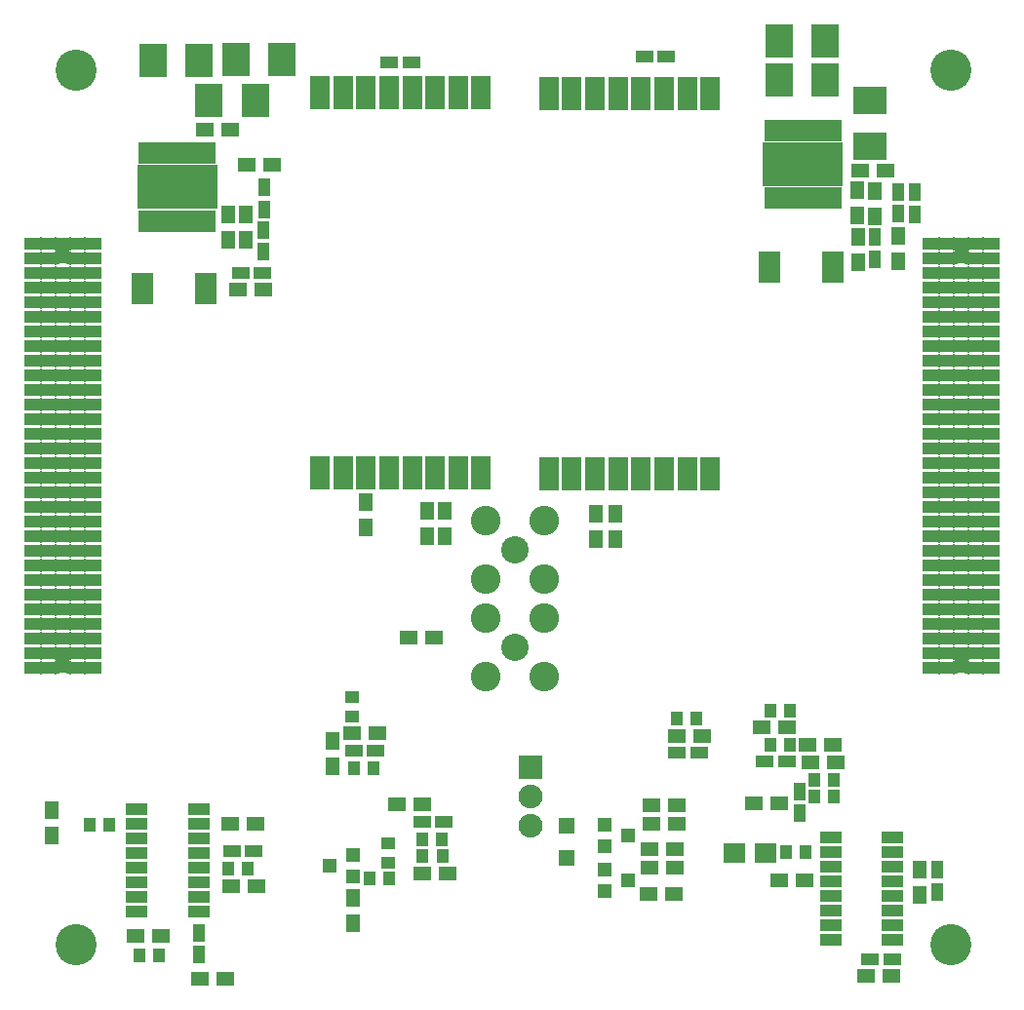
<source format=gbr>
G04 #@! TF.FileFunction,Soldermask,Bot*
%FSLAX46Y46*%
G04 Gerber Fmt 4.6, Leading zero omitted, Abs format (unit mm)*
G04 Created by KiCad (PCBNEW 4.0.6) date 11/17/17 15:38:04*
%MOMM*%
%LPD*%
G01*
G04 APERTURE LIST*
%ADD10C,0.100000*%
%ADD11C,3.580000*%
%ADD12R,1.580000X1.280000*%
%ADD13R,1.580000X1.130000*%
%ADD14R,1.480000X1.480000*%
%ADD15R,1.280000X1.180000*%
%ADD16R,1.280000X1.580000*%
%ADD17R,1.880000X0.980000*%
%ADD18R,1.130000X1.580000*%
%ADD19R,1.680000X2.980000*%
%ADD20R,0.980000X1.180000*%
%ADD21R,1.180000X0.980000*%
%ADD22C,1.180000*%
%ADD23C,1.269000*%
%ADD24R,2.880000X1.080000*%
%ADD25R,2.880000X0.780000*%
%ADD26R,2.380000X2.880000*%
%ADD27R,1.880000X2.780000*%
%ADD28R,1.680000X1.180000*%
%ADD29R,1.680000X2.180000*%
%ADD30R,0.830000X1.830000*%
%ADD31R,2.880000X2.380000*%
%ADD32C,2.580000*%
%ADD33C,2.380000*%
%ADD34R,2.080000X2.080000*%
%ADD35O,2.080000X2.080000*%
%ADD36R,1.880000X1.680000*%
G04 APERTURE END LIST*
D10*
D11*
X55500000Y-114490000D03*
X131500000Y-114490000D03*
X131500000Y-38490000D03*
D12*
X84426700Y-87744300D03*
X86626700Y-87744300D03*
D13*
X70965100Y-106346342D03*
X69065100Y-106346342D03*
X79644200Y-97581430D03*
X81544200Y-97581430D03*
X84602320Y-37787580D03*
X82702320Y-37787580D03*
D14*
X98094800Y-104121300D03*
X98094800Y-106921300D03*
D15*
X79558900Y-106657100D03*
X79558900Y-108557100D03*
X77558900Y-107607100D03*
X101416100Y-109801700D03*
X101416100Y-107901700D03*
X103416100Y-108851700D03*
D16*
X79565500Y-110350300D03*
X79565500Y-112550300D03*
D12*
X71199100Y-109394342D03*
X68999100Y-109394342D03*
X66291100Y-117395342D03*
X68491100Y-117395342D03*
X68915100Y-103933342D03*
X71115100Y-103933342D03*
X105199000Y-110007400D03*
X107399000Y-110007400D03*
X62903100Y-113712342D03*
X60703100Y-113712342D03*
D16*
X53416200Y-102730300D03*
X53416200Y-104930300D03*
X77812900Y-98966200D03*
X77812900Y-96766200D03*
D12*
X81694200Y-96057430D03*
X79494200Y-96057430D03*
D16*
X87515700Y-78966240D03*
X87515700Y-76766240D03*
X85991700Y-76778940D03*
X85991700Y-78978940D03*
D17*
X60805100Y-111553342D03*
X60805100Y-110283342D03*
X60805100Y-109013342D03*
X60805100Y-107743342D03*
X60805100Y-106473342D03*
X60805100Y-105203342D03*
X60805100Y-103933342D03*
X60805100Y-102663342D03*
X66205100Y-102663342D03*
X66205100Y-103933342D03*
X66205100Y-105203342D03*
X66205100Y-106473342D03*
X66205100Y-107743342D03*
X66205100Y-109013342D03*
X66205100Y-110283342D03*
X66205100Y-111553342D03*
D18*
X66205100Y-113397342D03*
X66205100Y-115297342D03*
D19*
X90687160Y-73434260D03*
X88687160Y-73434260D03*
X86687160Y-73434260D03*
X84687160Y-73434260D03*
X82687160Y-73434260D03*
X80687160Y-73434260D03*
X78687160Y-73434260D03*
X76687160Y-73434260D03*
X76687160Y-40434260D03*
X78687160Y-40434260D03*
X80687160Y-40434260D03*
X82687160Y-40434260D03*
X84687160Y-40434260D03*
X86687160Y-40434260D03*
X88687160Y-40434260D03*
X90687160Y-40434260D03*
D16*
X80675480Y-76016760D03*
X80675480Y-78216760D03*
D20*
X80976100Y-108699300D03*
X82676100Y-108699300D03*
D21*
X82613500Y-105677600D03*
X82613500Y-107377600D03*
D20*
X70445100Y-107870342D03*
X68745100Y-107870342D03*
X62737100Y-115363342D03*
X61037100Y-115363342D03*
X56719100Y-104060342D03*
X58419100Y-104060342D03*
D21*
X79451200Y-92921430D03*
X79451200Y-94621430D03*
D20*
X79617200Y-99105430D03*
X81317200Y-99105430D03*
D22*
X134278000Y-53555900D03*
X133008000Y-53555900D03*
X131738000Y-53555900D03*
X130468000Y-53555900D03*
X134278000Y-54825900D03*
X131738000Y-54825900D03*
X133008000Y-54825900D03*
X130468000Y-54825900D03*
X134278000Y-56095900D03*
X133008000Y-56095900D03*
X131738000Y-56095900D03*
X130468000Y-56095900D03*
X134278000Y-57365900D03*
X133008000Y-57365900D03*
X131738000Y-57365900D03*
X130468000Y-57365900D03*
X134278000Y-58635900D03*
X133008000Y-58635900D03*
X131738000Y-58635900D03*
X130468000Y-58635900D03*
X134278000Y-59905900D03*
X133008000Y-59905900D03*
X131738000Y-59905900D03*
X130468000Y-59905900D03*
X134278000Y-61175900D03*
X133008000Y-61175900D03*
X131738000Y-61175900D03*
X130468000Y-61175900D03*
X134278000Y-62445900D03*
X133008000Y-62445900D03*
X131738000Y-62445900D03*
X130468000Y-62445900D03*
X134278000Y-63715900D03*
X133008000Y-63715900D03*
X131738000Y-63715900D03*
X130468000Y-63715900D03*
X134278000Y-64985900D03*
X133008000Y-64985900D03*
X131738000Y-64985900D03*
X130468000Y-64985900D03*
X134278000Y-66255900D03*
X133008000Y-66255900D03*
X131738000Y-66255900D03*
X130468000Y-66255900D03*
X134278000Y-67525900D03*
X133008000Y-67525900D03*
X131738000Y-67525900D03*
X130468000Y-67525900D03*
X134278000Y-68795900D03*
X133008000Y-68795900D03*
X131738000Y-68795900D03*
X130468000Y-68795900D03*
X134278000Y-70065900D03*
X133008000Y-70065900D03*
X131738000Y-70065900D03*
X130468000Y-70065900D03*
X134278000Y-71335900D03*
X133008000Y-71335900D03*
X131738000Y-71335900D03*
X130468000Y-71335900D03*
X134278000Y-72605900D03*
X133008000Y-72605900D03*
X131738000Y-72605900D03*
X130468000Y-72605900D03*
X134278000Y-73875900D03*
X133008000Y-73875900D03*
X131738000Y-73875900D03*
X130468000Y-73875900D03*
X134278000Y-75145900D03*
X133008000Y-75145900D03*
X131738000Y-75145900D03*
X130468000Y-75145900D03*
X134278000Y-76415900D03*
X133008000Y-76415900D03*
X131738000Y-76415900D03*
X130468000Y-76415900D03*
X134278000Y-77685900D03*
X133008000Y-77685900D03*
X131738000Y-77685900D03*
X130468000Y-77685900D03*
X134278000Y-78955900D03*
X133008000Y-78955900D03*
X131738000Y-78955900D03*
X130468000Y-78955900D03*
X134278000Y-80225900D03*
X133008000Y-80225900D03*
X131738000Y-80225900D03*
X130468000Y-80225900D03*
X134278000Y-81495900D03*
X133008000Y-81495900D03*
X131738000Y-81495900D03*
X130468000Y-81495900D03*
X134278000Y-82765900D03*
X133008000Y-82765900D03*
X130468000Y-82765900D03*
X131738000Y-82765900D03*
X134278000Y-84035900D03*
X133008000Y-84035900D03*
X131738000Y-84035900D03*
X130468000Y-84035900D03*
X134278000Y-85305900D03*
X133008000Y-85305900D03*
X131738000Y-85305900D03*
X130468000Y-85305900D03*
X134278000Y-86575900D03*
X133008000Y-86575900D03*
X131738000Y-86575900D03*
X130468000Y-86575900D03*
X134278000Y-87845900D03*
X133008000Y-87845900D03*
X131738000Y-87845900D03*
X130468000Y-87845900D03*
X134278000Y-89115900D03*
X133008000Y-89115900D03*
X131738000Y-89115900D03*
X130468000Y-89115900D03*
X134278000Y-90385900D03*
X133008000Y-90385900D03*
X131738000Y-90385900D03*
X130468000Y-90385900D03*
D23*
X132373000Y-54190900D03*
X132373000Y-54190900D03*
X132373000Y-54190900D03*
X132373000Y-54190900D03*
X132373000Y-89750900D03*
D24*
X132376610Y-84035900D03*
X132376610Y-85305900D03*
X132376610Y-81495900D03*
X130471610Y-85305900D03*
X130471610Y-81495900D03*
X130471610Y-84035900D03*
X130471610Y-82765900D03*
X134281610Y-73875900D03*
X134281610Y-75145900D03*
X134281610Y-71335900D03*
X134281610Y-72605900D03*
X134281610Y-76415900D03*
X134281610Y-77685900D03*
X134281610Y-80225900D03*
X134281610Y-81495900D03*
X134281610Y-84035900D03*
X134281610Y-78955900D03*
X134281610Y-82765900D03*
X134281610Y-85305900D03*
X134281610Y-89115900D03*
X134281610Y-90385900D03*
X134281610Y-87845900D03*
X134281610Y-86575900D03*
X130471610Y-90385900D03*
X130471610Y-86575900D03*
D25*
X132503610Y-90512900D03*
D24*
X132376610Y-86575900D03*
X132376610Y-87845900D03*
D25*
X132503610Y-88988900D03*
D24*
X130471610Y-87845900D03*
X130471610Y-89115900D03*
X132376610Y-72605900D03*
X130471610Y-71335900D03*
X132376610Y-75145900D03*
X132376610Y-71335900D03*
X132376610Y-73875900D03*
X130471610Y-72605900D03*
X130471610Y-75145900D03*
X130471610Y-73875900D03*
X132376610Y-78955900D03*
X132376610Y-80225900D03*
X130471610Y-80225900D03*
X132376610Y-76415900D03*
X132376610Y-77685900D03*
X130471610Y-78955900D03*
X130471610Y-76415900D03*
X130471610Y-77685900D03*
D25*
X132376610Y-53428900D03*
D24*
X130471610Y-54825900D03*
X130471610Y-53555900D03*
D25*
X132503610Y-54952900D03*
D24*
X132376610Y-56095900D03*
X130471610Y-57365900D03*
X132376610Y-57365900D03*
X130471610Y-56095900D03*
X132376610Y-67525900D03*
X132376610Y-66255900D03*
X130471610Y-67525900D03*
X130471610Y-66255900D03*
X132376610Y-64985900D03*
X132376610Y-63715900D03*
X130471610Y-64985900D03*
X130471610Y-63715900D03*
X134281610Y-53555900D03*
X134281610Y-54825900D03*
X134281610Y-57365900D03*
X134281610Y-58635900D03*
X134281610Y-56095900D03*
X134281610Y-62445900D03*
X134281610Y-64985900D03*
X134281610Y-63715900D03*
X134281610Y-61175900D03*
X134281610Y-59905900D03*
X130471610Y-68795900D03*
X134281610Y-67525900D03*
X134281610Y-70065900D03*
X134281610Y-66255900D03*
X134281610Y-68795900D03*
X132376610Y-70065900D03*
X132376610Y-68795900D03*
X130471610Y-70065900D03*
X130471610Y-62445900D03*
X132376610Y-58635900D03*
X132376610Y-59905900D03*
X132376610Y-62445900D03*
X132376610Y-61175900D03*
X130471610Y-61175900D03*
X130471610Y-59905900D03*
X130471610Y-58635900D03*
X132376610Y-82765900D03*
D22*
X56278000Y-53555900D03*
X55008000Y-53555900D03*
X53738000Y-53555900D03*
X52468000Y-53555900D03*
X56278000Y-54825900D03*
X53738000Y-54825900D03*
X55008000Y-54825900D03*
X52468000Y-54825900D03*
X56278000Y-56095900D03*
X55008000Y-56095900D03*
X53738000Y-56095900D03*
X52468000Y-56095900D03*
X56278000Y-57365900D03*
X55008000Y-57365900D03*
X53738000Y-57365900D03*
X52468000Y-57365900D03*
X56278000Y-58635900D03*
X55008000Y-58635900D03*
X53738000Y-58635900D03*
X52468000Y-58635900D03*
X56278000Y-59905900D03*
X55008000Y-59905900D03*
X53738000Y-59905900D03*
X52468000Y-59905900D03*
X56278000Y-61175900D03*
X55008000Y-61175900D03*
X53738000Y-61175900D03*
X52468000Y-61175900D03*
X56278000Y-62445900D03*
X55008000Y-62445900D03*
X53738000Y-62445900D03*
X52468000Y-62445900D03*
X56278000Y-63715900D03*
X55008000Y-63715900D03*
X53738000Y-63715900D03*
X52468000Y-63715900D03*
X56278000Y-64985900D03*
X55008000Y-64985900D03*
X53738000Y-64985900D03*
X52468000Y-64985900D03*
X56278000Y-66255900D03*
X55008000Y-66255900D03*
X53738000Y-66255900D03*
X52468000Y-66255900D03*
X56278000Y-67525900D03*
X55008000Y-67525900D03*
X53738000Y-67525900D03*
X52468000Y-67525900D03*
X56278000Y-68795900D03*
X55008000Y-68795900D03*
X53738000Y-68795900D03*
X52468000Y-68795900D03*
X56278000Y-70065900D03*
X55008000Y-70065900D03*
X53738000Y-70065900D03*
X52468000Y-70065900D03*
X56278000Y-71335900D03*
X55008000Y-71335900D03*
X53738000Y-71335900D03*
X52468000Y-71335900D03*
X56278000Y-72605900D03*
X55008000Y-72605900D03*
X53738000Y-72605900D03*
X52468000Y-72605900D03*
X56278000Y-73875900D03*
X55008000Y-73875900D03*
X53738000Y-73875900D03*
X52468000Y-73875900D03*
X56278000Y-75145900D03*
X55008000Y-75145900D03*
X53738000Y-75145900D03*
X52468000Y-75145900D03*
X56278000Y-76415900D03*
X55008000Y-76415900D03*
X53738000Y-76415900D03*
X52468000Y-76415900D03*
X56278000Y-77685900D03*
X55008000Y-77685900D03*
X53738000Y-77685900D03*
X52468000Y-77685900D03*
X56278000Y-78955900D03*
X55008000Y-78955900D03*
X53738000Y-78955900D03*
X52468000Y-78955900D03*
X56278000Y-80225900D03*
X55008000Y-80225900D03*
X53738000Y-80225900D03*
X52468000Y-80225900D03*
X56278000Y-81495900D03*
X55008000Y-81495900D03*
X53738000Y-81495900D03*
X52468000Y-81495900D03*
X56278000Y-82765900D03*
X55008000Y-82765900D03*
X52468000Y-82765900D03*
X53738000Y-82765900D03*
X56278000Y-84035900D03*
X55008000Y-84035900D03*
X53738000Y-84035900D03*
X52468000Y-84035900D03*
X56278000Y-85305900D03*
X55008000Y-85305900D03*
X53738000Y-85305900D03*
X52468000Y-85305900D03*
X56278000Y-86575900D03*
X55008000Y-86575900D03*
X53738000Y-86575900D03*
X52468000Y-86575900D03*
X56278000Y-87845900D03*
X55008000Y-87845900D03*
X53738000Y-87845900D03*
X52468000Y-87845900D03*
X56278000Y-89115900D03*
X55008000Y-89115900D03*
X53738000Y-89115900D03*
X52468000Y-89115900D03*
X56278000Y-90385900D03*
X55008000Y-90385900D03*
X53738000Y-90385900D03*
X52468000Y-90385900D03*
D23*
X54373000Y-54190900D03*
X54373000Y-54190900D03*
X54373000Y-54190900D03*
X54373000Y-54190900D03*
X54373000Y-89750900D03*
D24*
X54376610Y-84035900D03*
X54376610Y-85305900D03*
X54376610Y-81495900D03*
X52471610Y-85305900D03*
X52471610Y-81495900D03*
X52471610Y-84035900D03*
X52471610Y-82765900D03*
X56281610Y-73875900D03*
X56281610Y-75145900D03*
X56281610Y-71335900D03*
X56281610Y-72605900D03*
X56281610Y-76415900D03*
X56281610Y-77685900D03*
X56281610Y-80225900D03*
X56281610Y-81495900D03*
X56281610Y-84035900D03*
X56281610Y-78955900D03*
X56281610Y-82765900D03*
X56281610Y-85305900D03*
X56281610Y-89115900D03*
X56281610Y-90385900D03*
X56281610Y-87845900D03*
X56281610Y-86575900D03*
X52471610Y-90385900D03*
X52471610Y-86575900D03*
D25*
X54503610Y-90512900D03*
D24*
X54376610Y-86575900D03*
X54376610Y-87845900D03*
D25*
X54503610Y-88988900D03*
D24*
X52471610Y-87845900D03*
X52471610Y-89115900D03*
X54376610Y-72605900D03*
X52471610Y-71335900D03*
X54376610Y-75145900D03*
X54376610Y-71335900D03*
X54376610Y-73875900D03*
X52471610Y-72605900D03*
X52471610Y-75145900D03*
X52471610Y-73875900D03*
X54376610Y-78955900D03*
X54376610Y-80225900D03*
X52471610Y-80225900D03*
X54376610Y-76415900D03*
X54376610Y-77685900D03*
X52471610Y-78955900D03*
X52471610Y-76415900D03*
X52471610Y-77685900D03*
D25*
X54376610Y-53428900D03*
D24*
X52471610Y-54825900D03*
X52471610Y-53555900D03*
D25*
X54503610Y-54952900D03*
D24*
X54376610Y-56095900D03*
X52471610Y-57365900D03*
X54376610Y-57365900D03*
X52471610Y-56095900D03*
X54376610Y-67525900D03*
X54376610Y-66255900D03*
X52471610Y-67525900D03*
X52471610Y-66255900D03*
X54376610Y-64985900D03*
X54376610Y-63715900D03*
X52471610Y-64985900D03*
X52471610Y-63715900D03*
X56281610Y-53555900D03*
X56281610Y-54825900D03*
X56281610Y-57365900D03*
X56281610Y-58635900D03*
X56281610Y-56095900D03*
X56281610Y-62445900D03*
X56281610Y-64985900D03*
X56281610Y-63715900D03*
X56281610Y-61175900D03*
X56281610Y-59905900D03*
X52471610Y-68795900D03*
X56281610Y-67525900D03*
X56281610Y-70065900D03*
X56281610Y-66255900D03*
X56281610Y-68795900D03*
X54376610Y-70065900D03*
X54376610Y-68795900D03*
X52471610Y-70065900D03*
X52471610Y-62445900D03*
X54376610Y-58635900D03*
X54376610Y-59905900D03*
X54376610Y-62445900D03*
X54376610Y-61175900D03*
X52471610Y-61175900D03*
X52471610Y-59905900D03*
X52471610Y-58635900D03*
X54376610Y-82765900D03*
D11*
X55500000Y-38490000D03*
D26*
X62202560Y-37665660D03*
X66202560Y-37665660D03*
X69416160Y-37614860D03*
X73416160Y-37614860D03*
X67064120Y-41140380D03*
X71064120Y-41140380D03*
D18*
X71838820Y-48699800D03*
X71838820Y-50599800D03*
D13*
X71694120Y-56111600D03*
X69794120Y-56111600D03*
D18*
X71800720Y-54270100D03*
X71800720Y-52370100D03*
D27*
X61284220Y-57470500D03*
X66784220Y-57470500D03*
D12*
X66689880Y-43629580D03*
X68889880Y-43629580D03*
X69578220Y-57572100D03*
X71778220Y-57572100D03*
X70340220Y-46688200D03*
X72540220Y-46688200D03*
D16*
X68714620Y-53218900D03*
X68714620Y-51018900D03*
X70289420Y-51028700D03*
X70289420Y-53228700D03*
D28*
X61716920Y-49952100D03*
D29*
X66916920Y-48652100D03*
X65616920Y-48652100D03*
X61716920Y-48652100D03*
X63016920Y-48652100D03*
D30*
X61396920Y-45702100D03*
X62046920Y-45702100D03*
X62696920Y-45702100D03*
X63346920Y-45702100D03*
X63986920Y-45702100D03*
X64646920Y-45702100D03*
X65286920Y-45702100D03*
X65936920Y-45702100D03*
X66586920Y-45702100D03*
X67236920Y-45702100D03*
X67236920Y-51602100D03*
X66586920Y-51602100D03*
X65936920Y-51602100D03*
X65286920Y-51602100D03*
X64646920Y-51602100D03*
X63986920Y-51602100D03*
X63346920Y-51602100D03*
X62696920Y-51602100D03*
X62046920Y-51602100D03*
X61396920Y-51602100D03*
D29*
X64316920Y-48652100D03*
D28*
X61716920Y-47352100D03*
X63016920Y-47352100D03*
X64316920Y-47352100D03*
X65616920Y-47352100D03*
X66916920Y-47352100D03*
X66916920Y-49952100D03*
X65616920Y-49952100D03*
X64316920Y-49952100D03*
X63016920Y-49952100D03*
D13*
X126362500Y-115684300D03*
X124462500Y-115684300D03*
D18*
X130276600Y-109865200D03*
X130276600Y-107965200D03*
D13*
X117216000Y-98513900D03*
X115316000Y-98513900D03*
X107701000Y-97764600D03*
X109601000Y-97764600D03*
D26*
X116548400Y-39310784D03*
X120548400Y-39310784D03*
X116523000Y-35932584D03*
X120523000Y-35932584D03*
D31*
X124404120Y-41114980D03*
X124404120Y-45114980D03*
D18*
X124899420Y-54914880D03*
X124899420Y-53014880D03*
X126880620Y-49067680D03*
X126880620Y-50967680D03*
X128303020Y-49108280D03*
X128303020Y-51008280D03*
D13*
X104871440Y-37350700D03*
X106771440Y-37350700D03*
D20*
X117133900Y-106426000D03*
X118833900Y-106426000D03*
X115787700Y-97091500D03*
X117487700Y-97091500D03*
X117499500Y-94094300D03*
X115799500Y-94094300D03*
X109384200Y-94780100D03*
X107684200Y-94780100D03*
D27*
X115710520Y-55605680D03*
X121210520Y-55605680D03*
D15*
X101412800Y-105940900D03*
X101412800Y-104040900D03*
X103412800Y-104990900D03*
D12*
X126309300Y-117119400D03*
X124109300Y-117119400D03*
X105448100Y-102349300D03*
X107648100Y-102349300D03*
X118773300Y-108864400D03*
X116573300Y-108864400D03*
X105478400Y-103987600D03*
X107678400Y-103987600D03*
D16*
X128790700Y-107947100D03*
X128790700Y-110147100D03*
D12*
X117203400Y-95580200D03*
X115003400Y-95580200D03*
X121249800Y-97104200D03*
X119049800Y-97104200D03*
X109880400Y-96304100D03*
X107680400Y-96304100D03*
D16*
X102323900Y-79242920D03*
X102323900Y-77042920D03*
X100617020Y-77042920D03*
X100617020Y-79242920D03*
D12*
X123575720Y-47198280D03*
X125775720Y-47198280D03*
D16*
X126867920Y-52910380D03*
X126867920Y-55110380D03*
X123413520Y-52994380D03*
X123413520Y-55194380D03*
X124874020Y-51163580D03*
X124874020Y-48963580D03*
X123337320Y-48955780D03*
X123337320Y-51155780D03*
D17*
X121010700Y-114058700D03*
X121010700Y-112788700D03*
X121010700Y-111518700D03*
X121010700Y-110248700D03*
X121010700Y-108978700D03*
X121010700Y-107708700D03*
X121010700Y-106438700D03*
X121010700Y-105168700D03*
X126410700Y-105168700D03*
X126410700Y-106438700D03*
X126410700Y-107708700D03*
X126410700Y-108978700D03*
X126410700Y-110248700D03*
X126410700Y-111518700D03*
X126410700Y-112788700D03*
X126410700Y-114058700D03*
D28*
X116004820Y-47964880D03*
D29*
X121204820Y-46664880D03*
X119904820Y-46664880D03*
X116004820Y-46664880D03*
X117304820Y-46664880D03*
D30*
X115684820Y-43714880D03*
X116334820Y-43714880D03*
X116984820Y-43714880D03*
X117634820Y-43714880D03*
X118274820Y-43714880D03*
X118934820Y-43714880D03*
X119574820Y-43714880D03*
X120224820Y-43714880D03*
X120874820Y-43714880D03*
X121524820Y-43714880D03*
X121524820Y-49614880D03*
X120874820Y-49614880D03*
X120224820Y-49614880D03*
X119574820Y-49614880D03*
X118934820Y-49614880D03*
X118274820Y-49614880D03*
X117634820Y-49614880D03*
X116984820Y-49614880D03*
X116334820Y-49614880D03*
X115684820Y-49614880D03*
D29*
X118604820Y-46664880D03*
D28*
X116004820Y-45364880D03*
X117304820Y-45364880D03*
X118604820Y-45364880D03*
X119904820Y-45364880D03*
X121204820Y-45364880D03*
X121204820Y-47964880D03*
X119904820Y-47964880D03*
X118604820Y-47964880D03*
X117304820Y-47964880D03*
D19*
X110565200Y-73525700D03*
X108565200Y-73525700D03*
X106565200Y-73525700D03*
X104565200Y-73525700D03*
X102565200Y-73525700D03*
X100565200Y-73525700D03*
X98565200Y-73525700D03*
X96565200Y-73525700D03*
X96565200Y-40525700D03*
X98565200Y-40525700D03*
X100565200Y-40525700D03*
X102565200Y-40525700D03*
X104565200Y-40525700D03*
X106565200Y-40525700D03*
X108565200Y-40525700D03*
X110565200Y-40525700D03*
D13*
X85577600Y-103784400D03*
X87477600Y-103784400D03*
D18*
X118300500Y-101147800D03*
X118300500Y-103047800D03*
D20*
X87298000Y-105308400D03*
X85598000Y-105308400D03*
X85612500Y-106768900D03*
X87312500Y-106768900D03*
X121321300Y-100177600D03*
X119621300Y-100177600D03*
X119634900Y-101612700D03*
X121334900Y-101612700D03*
D12*
X85569700Y-108292900D03*
X87769700Y-108292900D03*
X83372600Y-102260400D03*
X85572600Y-102260400D03*
X105305500Y-106184700D03*
X107505500Y-106184700D03*
X105280100Y-107759500D03*
X107480100Y-107759500D03*
X116547900Y-102133400D03*
X114347900Y-102133400D03*
X121450100Y-98653600D03*
X119250100Y-98653600D03*
D32*
X91046300Y-77609700D03*
X91046300Y-82689700D03*
X96126300Y-82689700D03*
X96126300Y-77609700D03*
D33*
X93586300Y-80149700D03*
D32*
X91059000Y-86093300D03*
X91059000Y-91173300D03*
X96139000Y-91173300D03*
X96139000Y-86093300D03*
D33*
X93599000Y-88633300D03*
D34*
X94996000Y-99021900D03*
D35*
X94996000Y-101561900D03*
X94996000Y-104101900D03*
D36*
X112684500Y-106456500D03*
X115384500Y-106456500D03*
M02*

</source>
